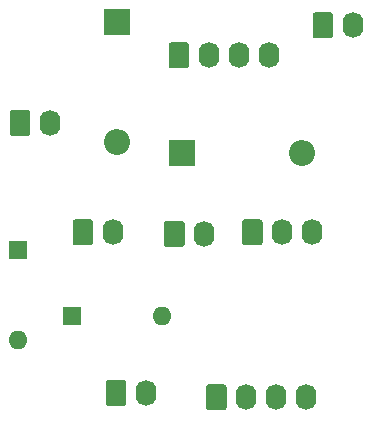
<source format=gbr>
G04 #@! TF.GenerationSoftware,KiCad,Pcbnew,(5.1.5-0-10_14)*
G04 #@! TF.CreationDate,2021-03-15T05:51:44+10:00*
G04 #@! TF.ProjectId,OH - Left Console - 14 - Auxiliary Power Unit Panel,4f48202d-204c-4656-9674-20436f6e736f,rev?*
G04 #@! TF.SameCoordinates,Original*
G04 #@! TF.FileFunction,Copper,L2,Bot*
G04 #@! TF.FilePolarity,Positive*
%FSLAX46Y46*%
G04 Gerber Fmt 4.6, Leading zero omitted, Abs format (unit mm)*
G04 Created by KiCad (PCBNEW (5.1.5-0-10_14)) date 2021-03-15 05:51:44*
%MOMM*%
%LPD*%
G04 APERTURE LIST*
%ADD10O,1.740000X2.200000*%
%ADD11C,0.100000*%
%ADD12O,2.200000X2.200000*%
%ADD13R,2.200000X2.200000*%
%ADD14O,1.600000X1.600000*%
%ADD15R,1.600000X1.600000*%
G04 APERTURE END LIST*
D10*
X151765000Y-79375000D03*
G04 #@! TA.AperFunction,ComponentPad*
D11*
G36*
X149869505Y-78276204D02*
G01*
X149893773Y-78279804D01*
X149917572Y-78285765D01*
X149940671Y-78294030D01*
X149962850Y-78304520D01*
X149983893Y-78317132D01*
X150003599Y-78331747D01*
X150021777Y-78348223D01*
X150038253Y-78366401D01*
X150052868Y-78386107D01*
X150065480Y-78407150D01*
X150075970Y-78429329D01*
X150084235Y-78452428D01*
X150090196Y-78476227D01*
X150093796Y-78500495D01*
X150095000Y-78524999D01*
X150095000Y-80225001D01*
X150093796Y-80249505D01*
X150090196Y-80273773D01*
X150084235Y-80297572D01*
X150075970Y-80320671D01*
X150065480Y-80342850D01*
X150052868Y-80363893D01*
X150038253Y-80383599D01*
X150021777Y-80401777D01*
X150003599Y-80418253D01*
X149983893Y-80432868D01*
X149962850Y-80445480D01*
X149940671Y-80455970D01*
X149917572Y-80464235D01*
X149893773Y-80470196D01*
X149869505Y-80473796D01*
X149845001Y-80475000D01*
X148604999Y-80475000D01*
X148580495Y-80473796D01*
X148556227Y-80470196D01*
X148532428Y-80464235D01*
X148509329Y-80455970D01*
X148487150Y-80445480D01*
X148466107Y-80432868D01*
X148446401Y-80418253D01*
X148428223Y-80401777D01*
X148411747Y-80383599D01*
X148397132Y-80363893D01*
X148384520Y-80342850D01*
X148374030Y-80320671D01*
X148365765Y-80297572D01*
X148359804Y-80273773D01*
X148356204Y-80249505D01*
X148355000Y-80225001D01*
X148355000Y-78524999D01*
X148356204Y-78500495D01*
X148359804Y-78476227D01*
X148365765Y-78452428D01*
X148374030Y-78429329D01*
X148384520Y-78407150D01*
X148397132Y-78386107D01*
X148411747Y-78366401D01*
X148428223Y-78348223D01*
X148446401Y-78331747D01*
X148466107Y-78317132D01*
X148487150Y-78304520D01*
X148509329Y-78294030D01*
X148532428Y-78285765D01*
X148556227Y-78279804D01*
X148580495Y-78276204D01*
X148604999Y-78275000D01*
X149845001Y-78275000D01*
X149869505Y-78276204D01*
G37*
G04 #@! TD.AperFunction*
D10*
X165862000Y-65786000D03*
X163322000Y-65786000D03*
G04 #@! TA.AperFunction,ComponentPad*
D11*
G36*
X161426505Y-64687204D02*
G01*
X161450773Y-64690804D01*
X161474572Y-64696765D01*
X161497671Y-64705030D01*
X161519850Y-64715520D01*
X161540893Y-64728132D01*
X161560599Y-64742747D01*
X161578777Y-64759223D01*
X161595253Y-64777401D01*
X161609868Y-64797107D01*
X161622480Y-64818150D01*
X161632970Y-64840329D01*
X161641235Y-64863428D01*
X161647196Y-64887227D01*
X161650796Y-64911495D01*
X161652000Y-64935999D01*
X161652000Y-66636001D01*
X161650796Y-66660505D01*
X161647196Y-66684773D01*
X161641235Y-66708572D01*
X161632970Y-66731671D01*
X161622480Y-66753850D01*
X161609868Y-66774893D01*
X161595253Y-66794599D01*
X161578777Y-66812777D01*
X161560599Y-66829253D01*
X161540893Y-66843868D01*
X161519850Y-66856480D01*
X161497671Y-66866970D01*
X161474572Y-66875235D01*
X161450773Y-66881196D01*
X161426505Y-66884796D01*
X161402001Y-66886000D01*
X160161999Y-66886000D01*
X160137495Y-66884796D01*
X160113227Y-66881196D01*
X160089428Y-66875235D01*
X160066329Y-66866970D01*
X160044150Y-66856480D01*
X160023107Y-66843868D01*
X160003401Y-66829253D01*
X159985223Y-66812777D01*
X159968747Y-66794599D01*
X159954132Y-66774893D01*
X159941520Y-66753850D01*
X159931030Y-66731671D01*
X159922765Y-66708572D01*
X159916804Y-66684773D01*
X159913204Y-66660505D01*
X159912000Y-66636001D01*
X159912000Y-64935999D01*
X159913204Y-64911495D01*
X159916804Y-64887227D01*
X159922765Y-64863428D01*
X159931030Y-64840329D01*
X159941520Y-64818150D01*
X159954132Y-64797107D01*
X159968747Y-64777401D01*
X159985223Y-64759223D01*
X160003401Y-64742747D01*
X160023107Y-64728132D01*
X160044150Y-64715520D01*
X160066329Y-64705030D01*
X160089428Y-64696765D01*
X160113227Y-64690804D01*
X160137495Y-64687204D01*
X160161999Y-64686000D01*
X161402001Y-64686000D01*
X161426505Y-64687204D01*
G37*
G04 #@! TD.AperFunction*
D10*
X143637000Y-56515000D03*
G04 #@! TA.AperFunction,ComponentPad*
D11*
G36*
X141741505Y-55416204D02*
G01*
X141765773Y-55419804D01*
X141789572Y-55425765D01*
X141812671Y-55434030D01*
X141834850Y-55444520D01*
X141855893Y-55457132D01*
X141875599Y-55471747D01*
X141893777Y-55488223D01*
X141910253Y-55506401D01*
X141924868Y-55526107D01*
X141937480Y-55547150D01*
X141947970Y-55569329D01*
X141956235Y-55592428D01*
X141962196Y-55616227D01*
X141965796Y-55640495D01*
X141967000Y-55664999D01*
X141967000Y-57365001D01*
X141965796Y-57389505D01*
X141962196Y-57413773D01*
X141956235Y-57437572D01*
X141947970Y-57460671D01*
X141937480Y-57482850D01*
X141924868Y-57503893D01*
X141910253Y-57523599D01*
X141893777Y-57541777D01*
X141875599Y-57558253D01*
X141855893Y-57572868D01*
X141834850Y-57585480D01*
X141812671Y-57595970D01*
X141789572Y-57604235D01*
X141765773Y-57610196D01*
X141741505Y-57613796D01*
X141717001Y-57615000D01*
X140476999Y-57615000D01*
X140452495Y-57613796D01*
X140428227Y-57610196D01*
X140404428Y-57604235D01*
X140381329Y-57595970D01*
X140359150Y-57585480D01*
X140338107Y-57572868D01*
X140318401Y-57558253D01*
X140300223Y-57541777D01*
X140283747Y-57523599D01*
X140269132Y-57503893D01*
X140256520Y-57482850D01*
X140246030Y-57460671D01*
X140237765Y-57437572D01*
X140231804Y-57413773D01*
X140228204Y-57389505D01*
X140227000Y-57365001D01*
X140227000Y-55664999D01*
X140228204Y-55640495D01*
X140231804Y-55616227D01*
X140237765Y-55592428D01*
X140246030Y-55569329D01*
X140256520Y-55547150D01*
X140269132Y-55526107D01*
X140283747Y-55506401D01*
X140300223Y-55488223D01*
X140318401Y-55471747D01*
X140338107Y-55457132D01*
X140359150Y-55444520D01*
X140381329Y-55434030D01*
X140404428Y-55425765D01*
X140428227Y-55419804D01*
X140452495Y-55416204D01*
X140476999Y-55415000D01*
X141717001Y-55415000D01*
X141741505Y-55416204D01*
G37*
G04 #@! TD.AperFunction*
D10*
X169291000Y-48260000D03*
G04 #@! TA.AperFunction,ComponentPad*
D11*
G36*
X167395505Y-47161204D02*
G01*
X167419773Y-47164804D01*
X167443572Y-47170765D01*
X167466671Y-47179030D01*
X167488850Y-47189520D01*
X167509893Y-47202132D01*
X167529599Y-47216747D01*
X167547777Y-47233223D01*
X167564253Y-47251401D01*
X167578868Y-47271107D01*
X167591480Y-47292150D01*
X167601970Y-47314329D01*
X167610235Y-47337428D01*
X167616196Y-47361227D01*
X167619796Y-47385495D01*
X167621000Y-47409999D01*
X167621000Y-49110001D01*
X167619796Y-49134505D01*
X167616196Y-49158773D01*
X167610235Y-49182572D01*
X167601970Y-49205671D01*
X167591480Y-49227850D01*
X167578868Y-49248893D01*
X167564253Y-49268599D01*
X167547777Y-49286777D01*
X167529599Y-49303253D01*
X167509893Y-49317868D01*
X167488850Y-49330480D01*
X167466671Y-49340970D01*
X167443572Y-49349235D01*
X167419773Y-49355196D01*
X167395505Y-49358796D01*
X167371001Y-49360000D01*
X166130999Y-49360000D01*
X166106495Y-49358796D01*
X166082227Y-49355196D01*
X166058428Y-49349235D01*
X166035329Y-49340970D01*
X166013150Y-49330480D01*
X165992107Y-49317868D01*
X165972401Y-49303253D01*
X165954223Y-49286777D01*
X165937747Y-49268599D01*
X165923132Y-49248893D01*
X165910520Y-49227850D01*
X165900030Y-49205671D01*
X165891765Y-49182572D01*
X165885804Y-49158773D01*
X165882204Y-49134505D01*
X165881000Y-49110001D01*
X165881000Y-47409999D01*
X165882204Y-47385495D01*
X165885804Y-47361227D01*
X165891765Y-47337428D01*
X165900030Y-47314329D01*
X165910520Y-47292150D01*
X165923132Y-47271107D01*
X165937747Y-47251401D01*
X165954223Y-47233223D01*
X165972401Y-47216747D01*
X165992107Y-47202132D01*
X166013150Y-47189520D01*
X166035329Y-47179030D01*
X166058428Y-47170765D01*
X166082227Y-47164804D01*
X166106495Y-47161204D01*
X166130999Y-47160000D01*
X167371001Y-47160000D01*
X167395505Y-47161204D01*
G37*
G04 #@! TD.AperFunction*
D10*
X165354000Y-79756000D03*
X162814000Y-79756000D03*
X160274000Y-79756000D03*
G04 #@! TA.AperFunction,ComponentPad*
D11*
G36*
X158378505Y-78657204D02*
G01*
X158402773Y-78660804D01*
X158426572Y-78666765D01*
X158449671Y-78675030D01*
X158471850Y-78685520D01*
X158492893Y-78698132D01*
X158512599Y-78712747D01*
X158530777Y-78729223D01*
X158547253Y-78747401D01*
X158561868Y-78767107D01*
X158574480Y-78788150D01*
X158584970Y-78810329D01*
X158593235Y-78833428D01*
X158599196Y-78857227D01*
X158602796Y-78881495D01*
X158604000Y-78905999D01*
X158604000Y-80606001D01*
X158602796Y-80630505D01*
X158599196Y-80654773D01*
X158593235Y-80678572D01*
X158584970Y-80701671D01*
X158574480Y-80723850D01*
X158561868Y-80744893D01*
X158547253Y-80764599D01*
X158530777Y-80782777D01*
X158512599Y-80799253D01*
X158492893Y-80813868D01*
X158471850Y-80826480D01*
X158449671Y-80836970D01*
X158426572Y-80845235D01*
X158402773Y-80851196D01*
X158378505Y-80854796D01*
X158354001Y-80856000D01*
X157113999Y-80856000D01*
X157089495Y-80854796D01*
X157065227Y-80851196D01*
X157041428Y-80845235D01*
X157018329Y-80836970D01*
X156996150Y-80826480D01*
X156975107Y-80813868D01*
X156955401Y-80799253D01*
X156937223Y-80782777D01*
X156920747Y-80764599D01*
X156906132Y-80744893D01*
X156893520Y-80723850D01*
X156883030Y-80701671D01*
X156874765Y-80678572D01*
X156868804Y-80654773D01*
X156865204Y-80630505D01*
X156864000Y-80606001D01*
X156864000Y-78905999D01*
X156865204Y-78881495D01*
X156868804Y-78857227D01*
X156874765Y-78833428D01*
X156883030Y-78810329D01*
X156893520Y-78788150D01*
X156906132Y-78767107D01*
X156920747Y-78747401D01*
X156937223Y-78729223D01*
X156955401Y-78712747D01*
X156975107Y-78698132D01*
X156996150Y-78685520D01*
X157018329Y-78675030D01*
X157041428Y-78666765D01*
X157065227Y-78660804D01*
X157089495Y-78657204D01*
X157113999Y-78656000D01*
X158354001Y-78656000D01*
X158378505Y-78657204D01*
G37*
G04 #@! TD.AperFunction*
D10*
X156718000Y-65913000D03*
G04 #@! TA.AperFunction,ComponentPad*
D11*
G36*
X154822505Y-64814204D02*
G01*
X154846773Y-64817804D01*
X154870572Y-64823765D01*
X154893671Y-64832030D01*
X154915850Y-64842520D01*
X154936893Y-64855132D01*
X154956599Y-64869747D01*
X154974777Y-64886223D01*
X154991253Y-64904401D01*
X155005868Y-64924107D01*
X155018480Y-64945150D01*
X155028970Y-64967329D01*
X155037235Y-64990428D01*
X155043196Y-65014227D01*
X155046796Y-65038495D01*
X155048000Y-65062999D01*
X155048000Y-66763001D01*
X155046796Y-66787505D01*
X155043196Y-66811773D01*
X155037235Y-66835572D01*
X155028970Y-66858671D01*
X155018480Y-66880850D01*
X155005868Y-66901893D01*
X154991253Y-66921599D01*
X154974777Y-66939777D01*
X154956599Y-66956253D01*
X154936893Y-66970868D01*
X154915850Y-66983480D01*
X154893671Y-66993970D01*
X154870572Y-67002235D01*
X154846773Y-67008196D01*
X154822505Y-67011796D01*
X154798001Y-67013000D01*
X153557999Y-67013000D01*
X153533495Y-67011796D01*
X153509227Y-67008196D01*
X153485428Y-67002235D01*
X153462329Y-66993970D01*
X153440150Y-66983480D01*
X153419107Y-66970868D01*
X153399401Y-66956253D01*
X153381223Y-66939777D01*
X153364747Y-66921599D01*
X153350132Y-66901893D01*
X153337520Y-66880850D01*
X153327030Y-66858671D01*
X153318765Y-66835572D01*
X153312804Y-66811773D01*
X153309204Y-66787505D01*
X153308000Y-66763001D01*
X153308000Y-65062999D01*
X153309204Y-65038495D01*
X153312804Y-65014227D01*
X153318765Y-64990428D01*
X153327030Y-64967329D01*
X153337520Y-64945150D01*
X153350132Y-64924107D01*
X153364747Y-64904401D01*
X153381223Y-64886223D01*
X153399401Y-64869747D01*
X153419107Y-64855132D01*
X153440150Y-64842520D01*
X153462329Y-64832030D01*
X153485428Y-64823765D01*
X153509227Y-64817804D01*
X153533495Y-64814204D01*
X153557999Y-64813000D01*
X154798001Y-64813000D01*
X154822505Y-64814204D01*
G37*
G04 #@! TD.AperFunction*
D10*
X162179000Y-50800000D03*
X159639000Y-50800000D03*
X157099000Y-50800000D03*
G04 #@! TA.AperFunction,ComponentPad*
D11*
G36*
X155203505Y-49701204D02*
G01*
X155227773Y-49704804D01*
X155251572Y-49710765D01*
X155274671Y-49719030D01*
X155296850Y-49729520D01*
X155317893Y-49742132D01*
X155337599Y-49756747D01*
X155355777Y-49773223D01*
X155372253Y-49791401D01*
X155386868Y-49811107D01*
X155399480Y-49832150D01*
X155409970Y-49854329D01*
X155418235Y-49877428D01*
X155424196Y-49901227D01*
X155427796Y-49925495D01*
X155429000Y-49949999D01*
X155429000Y-51650001D01*
X155427796Y-51674505D01*
X155424196Y-51698773D01*
X155418235Y-51722572D01*
X155409970Y-51745671D01*
X155399480Y-51767850D01*
X155386868Y-51788893D01*
X155372253Y-51808599D01*
X155355777Y-51826777D01*
X155337599Y-51843253D01*
X155317893Y-51857868D01*
X155296850Y-51870480D01*
X155274671Y-51880970D01*
X155251572Y-51889235D01*
X155227773Y-51895196D01*
X155203505Y-51898796D01*
X155179001Y-51900000D01*
X153938999Y-51900000D01*
X153914495Y-51898796D01*
X153890227Y-51895196D01*
X153866428Y-51889235D01*
X153843329Y-51880970D01*
X153821150Y-51870480D01*
X153800107Y-51857868D01*
X153780401Y-51843253D01*
X153762223Y-51826777D01*
X153745747Y-51808599D01*
X153731132Y-51788893D01*
X153718520Y-51767850D01*
X153708030Y-51745671D01*
X153699765Y-51722572D01*
X153693804Y-51698773D01*
X153690204Y-51674505D01*
X153689000Y-51650001D01*
X153689000Y-49949999D01*
X153690204Y-49925495D01*
X153693804Y-49901227D01*
X153699765Y-49877428D01*
X153708030Y-49854329D01*
X153718520Y-49832150D01*
X153731132Y-49811107D01*
X153745747Y-49791401D01*
X153762223Y-49773223D01*
X153780401Y-49756747D01*
X153800107Y-49742132D01*
X153821150Y-49729520D01*
X153843329Y-49719030D01*
X153866428Y-49710765D01*
X153890227Y-49704804D01*
X153914495Y-49701204D01*
X153938999Y-49700000D01*
X155179001Y-49700000D01*
X155203505Y-49701204D01*
G37*
G04 #@! TD.AperFunction*
D12*
X149352000Y-58166000D03*
D13*
X149352000Y-48006000D03*
D10*
X148971000Y-65786000D03*
G04 #@! TA.AperFunction,ComponentPad*
D11*
G36*
X147075505Y-64687204D02*
G01*
X147099773Y-64690804D01*
X147123572Y-64696765D01*
X147146671Y-64705030D01*
X147168850Y-64715520D01*
X147189893Y-64728132D01*
X147209599Y-64742747D01*
X147227777Y-64759223D01*
X147244253Y-64777401D01*
X147258868Y-64797107D01*
X147271480Y-64818150D01*
X147281970Y-64840329D01*
X147290235Y-64863428D01*
X147296196Y-64887227D01*
X147299796Y-64911495D01*
X147301000Y-64935999D01*
X147301000Y-66636001D01*
X147299796Y-66660505D01*
X147296196Y-66684773D01*
X147290235Y-66708572D01*
X147281970Y-66731671D01*
X147271480Y-66753850D01*
X147258868Y-66774893D01*
X147244253Y-66794599D01*
X147227777Y-66812777D01*
X147209599Y-66829253D01*
X147189893Y-66843868D01*
X147168850Y-66856480D01*
X147146671Y-66866970D01*
X147123572Y-66875235D01*
X147099773Y-66881196D01*
X147075505Y-66884796D01*
X147051001Y-66886000D01*
X145810999Y-66886000D01*
X145786495Y-66884796D01*
X145762227Y-66881196D01*
X145738428Y-66875235D01*
X145715329Y-66866970D01*
X145693150Y-66856480D01*
X145672107Y-66843868D01*
X145652401Y-66829253D01*
X145634223Y-66812777D01*
X145617747Y-66794599D01*
X145603132Y-66774893D01*
X145590520Y-66753850D01*
X145580030Y-66731671D01*
X145571765Y-66708572D01*
X145565804Y-66684773D01*
X145562204Y-66660505D01*
X145561000Y-66636001D01*
X145561000Y-64935999D01*
X145562204Y-64911495D01*
X145565804Y-64887227D01*
X145571765Y-64863428D01*
X145580030Y-64840329D01*
X145590520Y-64818150D01*
X145603132Y-64797107D01*
X145617747Y-64777401D01*
X145634223Y-64759223D01*
X145652401Y-64742747D01*
X145672107Y-64728132D01*
X145693150Y-64715520D01*
X145715329Y-64705030D01*
X145738428Y-64696765D01*
X145762227Y-64690804D01*
X145786495Y-64687204D01*
X145810999Y-64686000D01*
X147051001Y-64686000D01*
X147075505Y-64687204D01*
G37*
G04 #@! TD.AperFunction*
D14*
X140970000Y-74930000D03*
D15*
X140970000Y-67310000D03*
D14*
X153162000Y-72898000D03*
D15*
X145542000Y-72898000D03*
D12*
X164973000Y-59055000D03*
D13*
X154813000Y-59055000D03*
M02*

</source>
